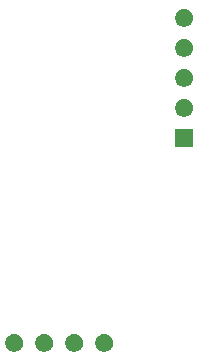
<source format=gbr>
G04 #@! TF.GenerationSoftware,KiCad,Pcbnew,(5.1.6-0-10_14)*
G04 #@! TF.CreationDate,2022-12-26T18:07:59+09:00*
G04 #@! TF.ProjectId,cool536trackballparts,636f6f6c-3533-4367-9472-61636b62616c,rev?*
G04 #@! TF.SameCoordinates,Original*
G04 #@! TF.FileFunction,Soldermask,Bot*
G04 #@! TF.FilePolarity,Negative*
%FSLAX46Y46*%
G04 Gerber Fmt 4.6, Leading zero omitted, Abs format (unit mm)*
G04 Created by KiCad (PCBNEW (5.1.6-0-10_14)) date 2022-12-26 18:07:59*
%MOMM*%
%LPD*%
G01*
G04 APERTURE LIST*
%ADD10C,0.100000*%
G04 APERTURE END LIST*
D10*
G36*
X79184425Y-69114599D02*
G01*
X79308621Y-69139302D01*
X79445022Y-69195801D01*
X79567779Y-69277825D01*
X79672175Y-69382221D01*
X79754199Y-69504978D01*
X79810698Y-69641379D01*
X79839500Y-69786181D01*
X79839500Y-69933819D01*
X79810698Y-70078621D01*
X79754199Y-70215022D01*
X79672175Y-70337779D01*
X79567779Y-70442175D01*
X79445022Y-70524199D01*
X79308621Y-70580698D01*
X79184425Y-70605401D01*
X79163820Y-70609500D01*
X79016180Y-70609500D01*
X78995575Y-70605401D01*
X78871379Y-70580698D01*
X78734978Y-70524199D01*
X78612221Y-70442175D01*
X78507825Y-70337779D01*
X78425801Y-70215022D01*
X78369302Y-70078621D01*
X78340500Y-69933819D01*
X78340500Y-69786181D01*
X78369302Y-69641379D01*
X78425801Y-69504978D01*
X78507825Y-69382221D01*
X78612221Y-69277825D01*
X78734978Y-69195801D01*
X78871379Y-69139302D01*
X78995575Y-69114599D01*
X79016180Y-69110500D01*
X79163820Y-69110500D01*
X79184425Y-69114599D01*
G37*
G36*
X76644425Y-69114599D02*
G01*
X76768621Y-69139302D01*
X76905022Y-69195801D01*
X77027779Y-69277825D01*
X77132175Y-69382221D01*
X77214199Y-69504978D01*
X77270698Y-69641379D01*
X77299500Y-69786181D01*
X77299500Y-69933819D01*
X77270698Y-70078621D01*
X77214199Y-70215022D01*
X77132175Y-70337779D01*
X77027779Y-70442175D01*
X76905022Y-70524199D01*
X76768621Y-70580698D01*
X76644425Y-70605401D01*
X76623820Y-70609500D01*
X76476180Y-70609500D01*
X76455575Y-70605401D01*
X76331379Y-70580698D01*
X76194978Y-70524199D01*
X76072221Y-70442175D01*
X75967825Y-70337779D01*
X75885801Y-70215022D01*
X75829302Y-70078621D01*
X75800500Y-69933819D01*
X75800500Y-69786181D01*
X75829302Y-69641379D01*
X75885801Y-69504978D01*
X75967825Y-69382221D01*
X76072221Y-69277825D01*
X76194978Y-69195801D01*
X76331379Y-69139302D01*
X76455575Y-69114599D01*
X76476180Y-69110500D01*
X76623820Y-69110500D01*
X76644425Y-69114599D01*
G37*
G36*
X74104425Y-69114599D02*
G01*
X74228621Y-69139302D01*
X74365022Y-69195801D01*
X74487779Y-69277825D01*
X74592175Y-69382221D01*
X74674199Y-69504978D01*
X74730698Y-69641379D01*
X74759500Y-69786181D01*
X74759500Y-69933819D01*
X74730698Y-70078621D01*
X74674199Y-70215022D01*
X74592175Y-70337779D01*
X74487779Y-70442175D01*
X74365022Y-70524199D01*
X74228621Y-70580698D01*
X74104425Y-70605401D01*
X74083820Y-70609500D01*
X73936180Y-70609500D01*
X73915575Y-70605401D01*
X73791379Y-70580698D01*
X73654978Y-70524199D01*
X73532221Y-70442175D01*
X73427825Y-70337779D01*
X73345801Y-70215022D01*
X73289302Y-70078621D01*
X73260500Y-69933819D01*
X73260500Y-69786181D01*
X73289302Y-69641379D01*
X73345801Y-69504978D01*
X73427825Y-69382221D01*
X73532221Y-69277825D01*
X73654978Y-69195801D01*
X73791379Y-69139302D01*
X73915575Y-69114599D01*
X73936180Y-69110500D01*
X74083820Y-69110500D01*
X74104425Y-69114599D01*
G37*
G36*
X71564425Y-69114599D02*
G01*
X71688621Y-69139302D01*
X71825022Y-69195801D01*
X71947779Y-69277825D01*
X72052175Y-69382221D01*
X72134199Y-69504978D01*
X72190698Y-69641379D01*
X72219500Y-69786181D01*
X72219500Y-69933819D01*
X72190698Y-70078621D01*
X72134199Y-70215022D01*
X72052175Y-70337779D01*
X71947779Y-70442175D01*
X71825022Y-70524199D01*
X71688621Y-70580698D01*
X71564425Y-70605401D01*
X71543820Y-70609500D01*
X71396180Y-70609500D01*
X71375575Y-70605401D01*
X71251379Y-70580698D01*
X71114978Y-70524199D01*
X70992221Y-70442175D01*
X70887825Y-70337779D01*
X70805801Y-70215022D01*
X70749302Y-70078621D01*
X70720500Y-69933819D01*
X70720500Y-69786181D01*
X70749302Y-69641379D01*
X70805801Y-69504978D01*
X70887825Y-69382221D01*
X70992221Y-69277825D01*
X71114978Y-69195801D01*
X71251379Y-69139302D01*
X71375575Y-69114599D01*
X71396180Y-69110500D01*
X71543820Y-69110500D01*
X71564425Y-69114599D01*
G37*
G36*
X86609500Y-53249500D02*
G01*
X85110500Y-53249500D01*
X85110500Y-51750500D01*
X86609500Y-51750500D01*
X86609500Y-53249500D01*
G37*
G36*
X85954425Y-49214599D02*
G01*
X86078621Y-49239302D01*
X86215022Y-49295801D01*
X86337779Y-49377825D01*
X86442175Y-49482221D01*
X86524199Y-49604978D01*
X86580698Y-49741379D01*
X86609500Y-49886181D01*
X86609500Y-50033819D01*
X86580698Y-50178621D01*
X86524199Y-50315022D01*
X86442175Y-50437779D01*
X86337779Y-50542175D01*
X86215022Y-50624199D01*
X86078621Y-50680698D01*
X85954425Y-50705401D01*
X85933820Y-50709500D01*
X85786180Y-50709500D01*
X85765575Y-50705401D01*
X85641379Y-50680698D01*
X85504978Y-50624199D01*
X85382221Y-50542175D01*
X85277825Y-50437779D01*
X85195801Y-50315022D01*
X85139302Y-50178621D01*
X85110500Y-50033819D01*
X85110500Y-49886181D01*
X85139302Y-49741379D01*
X85195801Y-49604978D01*
X85277825Y-49482221D01*
X85382221Y-49377825D01*
X85504978Y-49295801D01*
X85641379Y-49239302D01*
X85765575Y-49214599D01*
X85786180Y-49210500D01*
X85933820Y-49210500D01*
X85954425Y-49214599D01*
G37*
G36*
X85954425Y-46674599D02*
G01*
X86078621Y-46699302D01*
X86215022Y-46755801D01*
X86337779Y-46837825D01*
X86442175Y-46942221D01*
X86524199Y-47064978D01*
X86580698Y-47201379D01*
X86609500Y-47346181D01*
X86609500Y-47493819D01*
X86580698Y-47638621D01*
X86524199Y-47775022D01*
X86442175Y-47897779D01*
X86337779Y-48002175D01*
X86215022Y-48084199D01*
X86078621Y-48140698D01*
X85954425Y-48165401D01*
X85933820Y-48169500D01*
X85786180Y-48169500D01*
X85765575Y-48165401D01*
X85641379Y-48140698D01*
X85504978Y-48084199D01*
X85382221Y-48002175D01*
X85277825Y-47897779D01*
X85195801Y-47775022D01*
X85139302Y-47638621D01*
X85110500Y-47493819D01*
X85110500Y-47346181D01*
X85139302Y-47201379D01*
X85195801Y-47064978D01*
X85277825Y-46942221D01*
X85382221Y-46837825D01*
X85504978Y-46755801D01*
X85641379Y-46699302D01*
X85765575Y-46674599D01*
X85786180Y-46670500D01*
X85933820Y-46670500D01*
X85954425Y-46674599D01*
G37*
G36*
X85954425Y-44134599D02*
G01*
X86078621Y-44159302D01*
X86215022Y-44215801D01*
X86337779Y-44297825D01*
X86442175Y-44402221D01*
X86524199Y-44524978D01*
X86580698Y-44661379D01*
X86609500Y-44806181D01*
X86609500Y-44953819D01*
X86580698Y-45098621D01*
X86524199Y-45235022D01*
X86442175Y-45357779D01*
X86337779Y-45462175D01*
X86215022Y-45544199D01*
X86078621Y-45600698D01*
X85954425Y-45625401D01*
X85933820Y-45629500D01*
X85786180Y-45629500D01*
X85765575Y-45625401D01*
X85641379Y-45600698D01*
X85504978Y-45544199D01*
X85382221Y-45462175D01*
X85277825Y-45357779D01*
X85195801Y-45235022D01*
X85139302Y-45098621D01*
X85110500Y-44953819D01*
X85110500Y-44806181D01*
X85139302Y-44661379D01*
X85195801Y-44524978D01*
X85277825Y-44402221D01*
X85382221Y-44297825D01*
X85504978Y-44215801D01*
X85641379Y-44159302D01*
X85765575Y-44134599D01*
X85786180Y-44130500D01*
X85933820Y-44130500D01*
X85954425Y-44134599D01*
G37*
G36*
X85954425Y-41594599D02*
G01*
X86078621Y-41619302D01*
X86215022Y-41675801D01*
X86337779Y-41757825D01*
X86442175Y-41862221D01*
X86524199Y-41984978D01*
X86580698Y-42121379D01*
X86609500Y-42266181D01*
X86609500Y-42413819D01*
X86580698Y-42558621D01*
X86524199Y-42695022D01*
X86442175Y-42817779D01*
X86337779Y-42922175D01*
X86215022Y-43004199D01*
X86078621Y-43060698D01*
X85954425Y-43085401D01*
X85933820Y-43089500D01*
X85786180Y-43089500D01*
X85765575Y-43085401D01*
X85641379Y-43060698D01*
X85504978Y-43004199D01*
X85382221Y-42922175D01*
X85277825Y-42817779D01*
X85195801Y-42695022D01*
X85139302Y-42558621D01*
X85110500Y-42413819D01*
X85110500Y-42266181D01*
X85139302Y-42121379D01*
X85195801Y-41984978D01*
X85277825Y-41862221D01*
X85382221Y-41757825D01*
X85504978Y-41675801D01*
X85641379Y-41619302D01*
X85765575Y-41594599D01*
X85786180Y-41590500D01*
X85933820Y-41590500D01*
X85954425Y-41594599D01*
G37*
M02*

</source>
